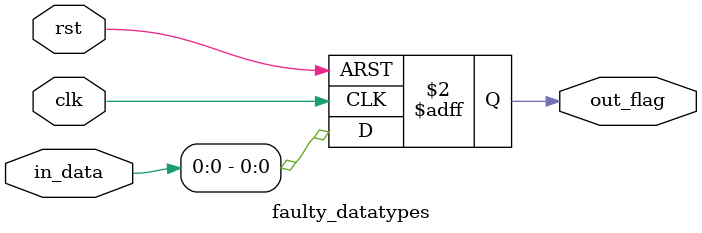
<source format=v>
module faulty_datatypes (
    input wire clk,
    input wire rst,
    input wire [3:0] in_data,
    output reg out_flag
);

    integer temp; // Declaring an integer for temporary storage

    always @(posedge clk or posedge rst) begin
        if (rst)
            temp = 0;
        else
            temp = in_data; // Syntax Error: Assigning a 4-bit `wire` to an `integer`
        
        out_flag <= temp; // Syntax Error: Assigning an `integer` to a `reg` (1-bit)
    end

endmodule

</source>
